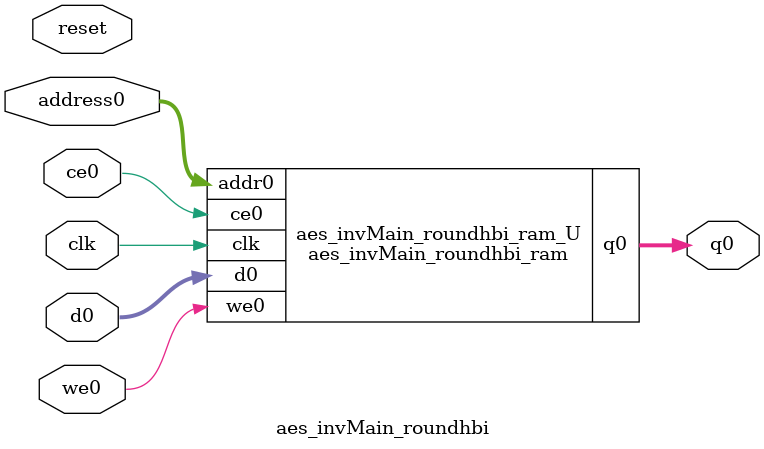
<source format=v>
`timescale 1 ns / 1 ps
module aes_invMain_roundhbi_ram (addr0, ce0, d0, we0, q0,  clk);

parameter DWIDTH = 8;
parameter AWIDTH = 4;
parameter MEM_SIZE = 16;

input[AWIDTH-1:0] addr0;
input ce0;
input[DWIDTH-1:0] d0;
input we0;
output reg[DWIDTH-1:0] q0;
input clk;

(* ram_style = "distributed" *)reg [DWIDTH-1:0] ram[0:MEM_SIZE-1];




always @(posedge clk)  
begin 
    if (ce0) begin
        if (we0) 
            ram[addr0] <= d0; 
        q0 <= ram[addr0];
    end
end


endmodule

`timescale 1 ns / 1 ps
module aes_invMain_roundhbi(
    reset,
    clk,
    address0,
    ce0,
    we0,
    d0,
    q0);

parameter DataWidth = 32'd8;
parameter AddressRange = 32'd16;
parameter AddressWidth = 32'd4;
input reset;
input clk;
input[AddressWidth - 1:0] address0;
input ce0;
input we0;
input[DataWidth - 1:0] d0;
output[DataWidth - 1:0] q0;



aes_invMain_roundhbi_ram aes_invMain_roundhbi_ram_U(
    .clk( clk ),
    .addr0( address0 ),
    .ce0( ce0 ),
    .we0( we0 ),
    .d0( d0 ),
    .q0( q0 ));

endmodule


</source>
